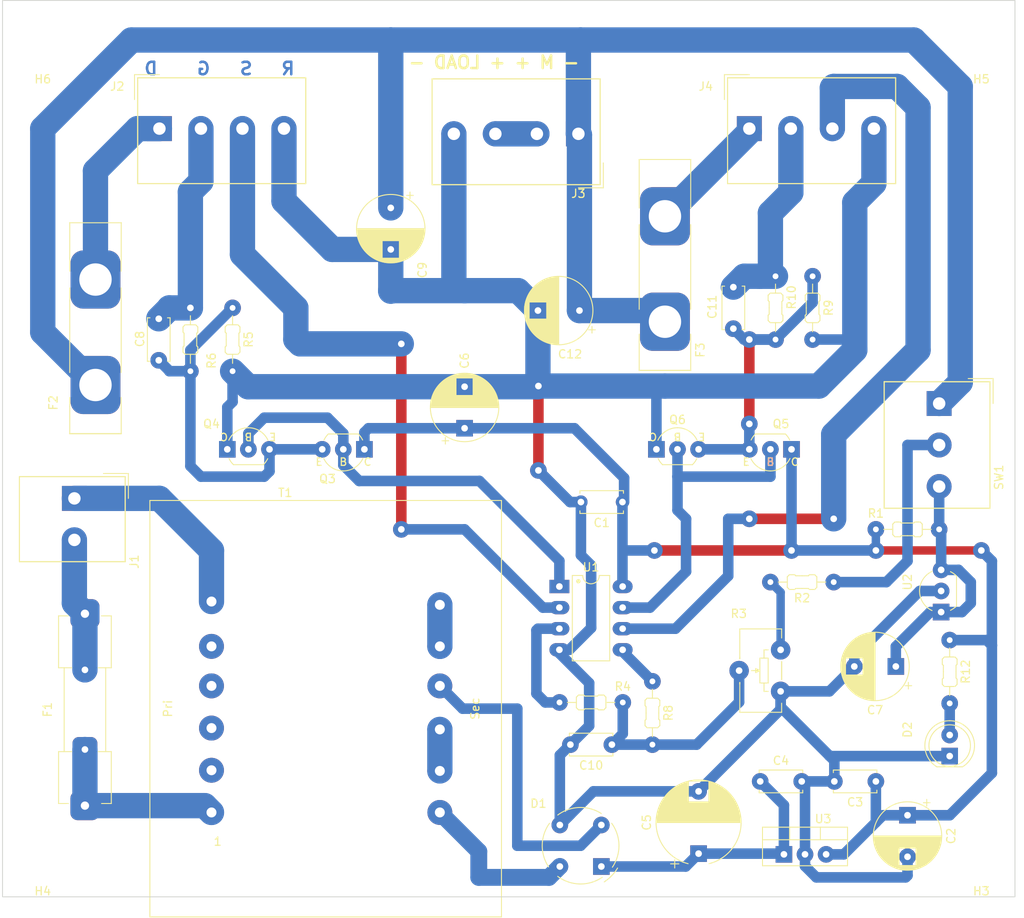
<source format=kicad_pcb>
(kicad_pcb (version 20240108) (generator "pcbnew") (generator_version "8.0")
  (layers (0 "F.Cu" signal) (31 "B.Cu" signal) (34 "B.Paste" user) (35 "F.Paste" user) (36 "B.SilkS" user "B.Silkscreen") (37 "F.SilkS" user "F.Silkscreen") (38 "B.Mask" user) (39 "F.Mask" user) (44 "Edge.Cuts" user))
  (net 0 "")
  (net 1 "VCC")
  (net 2 "GND")
  (net 3 "Net-(SW1-C)")
  (net 4 "Net-(C10-Pad1)")
  (net 5 "Net-(Q3-E)")
  (net 6 "Net-(Q5-E)")
  (net 7 "Net-(J4-Pin_2)")
  (net 8 "Net-(J4-Pin_3)")
  (net 9 "Net-(Q3-B)")
  (net 10 "Net-(Q5-B)")
  (net 11 "Net-(SW1-B)")
  (net 12 "Net-(R2-Pad2)")
  (net 13 "Net-(U1A-+)")
  (net 14 "Net-(U1B-+)")
  (net 15 "Net-(D1-+)")
  (net 16 "Net-(J2-Pin_2)")
  (net 17 "Net-(J2-Pin_1)")
  (net 18 "Net-(T1-AA)")
  (net 19 "Net-(T1-AB)")
  (net 20 "Net-(J1-Pin_2)")
  (net 21 "Net-(J1-Pin_1)")
  (net 22 "Net-(J2-Pin_3)")
  (net 23 "Net-(J3-Pin_2)")
  (net 24 "Net-(J3-Pin_1)")
  (net 25 "Net-(J4-Pin_1)")
  (net 26 "Net-(T1-SA)")
  (net 27 "Net-(D2-A)")
  (footprint "Transformer_THT:Transformer_CHK_EI48-8VA_1xSec" (layer "F.Cu") (at 63.5 139.5)
    (property "Reference" "T1" (at 8.89 -38.5 0) (layer "F.SilkS"))
    (property "Value" "Transformer_1P_1S")
    (fp_text user "1" (at 0.75 3.5 0) (layer "F.SilkS"))
    (fp_text user "Sec" (at 31.75 -12.5 90) (layer "F.SilkS"))
    (fp_text user "Pri" (at -5.25 -12.5 90) (layer "F.SilkS"))
    (pad "1" thru_hole circle (at 27.5 -15.24) (size 3 3) (drill 1.2) (layers "*.Cu" "*.Mask") (net 18 "Net-(T1-AA)"))
    (pad "2" thru_hole circle (at 27.5 0) (size 3 3) (drill 1.2) (layers "*.Cu" "*.Mask") (net 19 "Net-(T1-AB)"))
    (pad "3" thru_hole circle (at 0 0) (size 3 3) (drill 1.2) (layers "*.Cu" "*.Mask") (net 26 "Net-(T1-SA)"))
    (pad "4" thru_hole circle (at 0 -25.4) (size 3 3) (drill 1.2) (layers "*.Cu" "*.Mask") (net 21 "Net-(J1-Pin_1)"))
    (pad "5" thru_hole circle (at 0 -20) (size 3 3) (drill 1.2) (layers "*.Cu" "*.Mask"))
    (pad "6" thru_hole circle (at 0 -15.24) (size 3 3) (drill 1.2) (layers "*.Cu" "*.Mask"))
    (pad "7" thru_hole circle (at 27.5 -25) (size 3 3) (drill 1.2) (layers "*.Cu" "*.Mask"))
    (pad "8" thru_hole circle (at 27.5 -20) (size 3 3) (drill 1.2) (layers "*.Cu" "*.Mask"))
    (pad "9" thru_hole circle (at 0 -10.16) (size 3 3) (drill 1.2) (layers "*.Cu" "*.Mask"))
    (pad "10" thru_hole circle (at 27.5 -10) (size 3 3) (drill 1.2) (layers "*.Cu" "*.Mask"))
    (pad "11" thru_hole circle (at 27.5 -5) (size 3 3) (drill 1.2) (layers "*.Cu" "*.Mask"))
    (pad "12" thru_hole circle (at 0 -5.08) (size 3 3) (drill 1.2) (layers "*.Cu" "*.Mask"))
  )
  (footprint "MountingHole:MountingHole_3.2mm_M3" (layer "F.Cu") (at 156.21 46.99 180)
    (property "Reference" "H5" (at 0 -4.2 0) (layer "F.SilkS"))
    (property "Value" "MountingHole")
    (pad "" np_thru_hole circle (at 0 0 180) (size 3.2 3.2) (drill 3.2) (layers "*.Cu" "*.Mask"))
  )
  (footprint "Fuse:Fuseholder_Clip-5x20mm_Keystone_3518P_Inline_P23.11x6.76mm_D2.44x1.70mm_Horizontal" (layer "F.Cu") (at 48.26 138.68 90)
    (property "Reference" "F1" (at 11.555 -4.5 90) (layer "F.SilkS"))
    (property "Value" "Fuse")
    (pad "1" thru_hole roundrect (at 0 0 90) (size 3.5 3.5) (drill 1) (layers "*.Cu" "*.Mask") (net 26 "Net-(T1-SA)"))
    (pad "1" thru_hole roundrect (at 6.76 0 90) (size 3 3) (drill 0.8) (layers "*.Cu" "*.Mask") (net 26 "Net-(T1-SA)"))
    (pad "2" thru_hole circle (at 16.35 0 90) (size 3 3) (drill 0.8) (layers "*.Cu" "*.Mask") (net 20 "Net-(J1-Pin_2)"))
    (pad "2" thru_hole roundrect (at 23.11 0 90) (size 3.5 3.5) (drill 1) (layers "*.Cu" "*.Mask") (net 20 "Net-(J1-Pin_2)"))
  )
  (footprint "PCM_Potentiometer_THT_AKL:Potentiometer_ACP_CA9-H5_Horizontal" (layer "F.Cu") (at 132.04 124.9175 180)
    (property "Reference" "R3" (at 5.04 9.3475 0) (layer "F.SilkS"))
    (property "Value" "10k" (hide yes))
    (pad "1" thru_hole circle (at 0 0 180) (size 2.34 2.34) (drill 0.8) (layers "*.Cu" "*.Mask") (net 2 "GND"))
    (pad "2" thru_hole circle (at 5 2.5 180) (size 2.34 2.34) (drill 0.8) (layers "*.Cu" "*.Mask") (net 4 "Net-(C10-Pad1)"))
    (pad "3" thru_hole circle (at 0 5 180) (size 2.34 2.34) (drill 0.8) (layers "*.Cu" "*.Mask") (net 12 "Net-(R2-Pad2)"))
  )
  (footprint "PCM_Resistor_THT_AKL:R_Axial_DIN0204_L3.6mm_D1.6mm_P7.62mm_Horizontal" (layer "F.Cu") (at 66.04 78.74 -90)
    (property "Reference" "R5" (at 3.81 -1.92 90) (layer "F.SilkS"))
    (property "Value" "6.8k" (hide yes))
    (pad "1" thru_hole circle (at 0 0 270) (size 2 2) (drill 0.7) (layers "*.Cu" "*.Mask") (net 5 "Net-(Q3-E)"))
    (pad "2" thru_hole oval (at 7.62 0 270) (size 2 2) (drill 0.7) (layers "*.Cu" "*.Mask") (net 2 "GND"))
  )
  (footprint "MountingHole:MountingHole_3.2mm_M3" (layer "F.Cu") (at 156.21 144.78 180)
    (property "Reference" "H3" (at 0 -4.2 0) (layer "F.SilkS"))
    (property "Value" "MountingHole")
    (pad "" np_thru_hole circle (at 0 0 180) (size 3.2 3.2) (drill 3.2) (layers "*.Cu" "*.Mask"))
  )
  (footprint "Capacitor_THT:C_Disc_D5.0mm_W2.5mm_P5.00mm" (layer "F.Cu") (at 111.72 131.3325 180)
    (property "Reference" "C10" (at 2.5 -2.5 0) (layer "F.SilkS"))
    (property "Value" "100n")
    (pad "1" thru_hole circle (at 0 0 180) (size 2 2) (drill 0.8) (layers "*.Cu" "*.Mask") (net 4 "Net-(C10-Pad1)"))
    (pad "2" thru_hole circle (at 5 0 180) (size 2 2) (drill 0.8) (layers "*.Cu" "*.Mask") (net 2 "GND"))
  )
  (footprint "PCM_Resistor_THT_AKL:R_Axial_DIN0204_L3.6mm_D1.6mm_P7.62mm_Horizontal" (layer "F.Cu") (at 152.4 118.745 -90)
    (property "Reference" "R12" (at 3.81 -1.92 90) (layer "F.SilkS"))
    (property "Value" "1k" (hide yes))
    (pad "1" thru_hole circle (at 0 0 270) (size 2 2) (drill 0.7) (layers "*.Cu" "*.Mask") (net 1 "VCC"))
    (pad "2" thru_hole oval (at 7.62 0 270) (size 2 2) (drill 0.7) (layers "*.Cu" "*.Mask") (net 27 "Net-(D2-A)"))
  )
  (footprint "PCM_Resistor_THT_AKL:R_Axial_DIN0204_L3.6mm_D1.6mm_P7.62mm_Horizontal" (layer "F.Cu") (at 116.6 123.7125 -90)
    (property "Reference" "R8" (at 3.81 -1.92 90) (layer "F.SilkS"))
    (property "Value" "10k" (hide yes))
    (pad "1" thru_hole circle (at 0 0 270) (size 2 2) (drill 0.7) (layers "*.Cu" "*.Mask") (net 14 "Net-(U1B-+)"))
    (pad "2" thru_hole oval (at 7.62 0 270) (size 2 2) (drill 0.7) (layers "*.Cu" "*.Mask") (net 4 "Net-(C10-Pad1)"))
  )
  (footprint "PCM_Package_TO_SOT_THT_AKL_Double:TO-92_Inline_Wide_CBE" (layer "F.Cu") (at 65.405 95.77)
    (property "Reference" "Q4" (at -1.905 -3.06 0) (layer "F.SilkS"))
    (property "Value" "BC557" (hide yes))
    (fp_text user "E" (at 5.461 -1.524 180) (layer "F.SilkS") (effects (font (size 0.9 0.9))))
    (fp_text user "C" (at -0.381 -1.524 180) (layer "F.SilkS") (effects (font (size 0.9 0.9))))
    (fp_text user "B" (at 2.54 -1.524 180) (layer "F.SilkS") (effects (font (size 0.9 0.9))))
    (pad "1" thru_hole rect (at 0 0 90) (size 2 2) (drill 0.8) (layers "*.Cu" "*.Mask") (net 2 "GND"))
    (pad "2" thru_hole circle (at 2.54 0 90) (size 2 2) (drill 0.8) (layers "*.Cu" "*.Mask") (net 9 "Net-(Q3-B)"))
    (pad "3" thru_hole circle (at 5.08 0 90) (size 2 2) (drill 0.8) (layers "*.Cu" "*.Mask") (net 5 "Net-(Q3-E)"))
  )
  (footprint "Capacitor_THT:CP_Radial_D8.0mm_P5.00mm" (layer "F.Cu") (at 107.812651 79.06 180)
    (property "Reference" "C12" (at 1.132651 -5.25 0) (layer "F.SilkS"))
    (property "Value" "47u")
    (pad "1" thru_hole rect (at 0 0 180) (size 2 2) (drill 0.8) (layers "*.Cu" "*.Mask") (net 24 "Net-(J3-Pin_1)"))
    (pad "2" thru_hole circle (at 5 0 180) (size 2 2) (drill 0.8) (layers "*.Cu" "*.Mask") (net 2 "GND"))
  )
  (footprint "TerminalBlock_Altech:Altech_AK300_1x04_P5.00mm_45-Degree" (layer "F.Cu") (at 128.27 57.15)
    (property "Reference" "J4" (at -5.24 -5.08 0) (layer "F.SilkS"))
    (property "Value" "MFT2 IRFP250")
    (pad "1" thru_hole rect (at 0 0) (size 3 3) (drill 1.5) (layers "*.Cu" "*.Mask") (net 25 "Net-(J4-Pin_1)"))
    (pad "2" thru_hole circle (at 5 0) (size 3 3) (drill 1.5) (layers "*.Cu" "*.Mask") (net 7 "Net-(J4-Pin_2)"))
    (pad "3" thru_hole circle (at 10 0) (size 3 3) (drill 1.5) (layers "*.Cu" "*.Mask") (net 8 "Net-(J4-Pin_3)"))
    (pad "4" thru_hole circle (at 15 0) (size 3 3) (drill 1.5) (layers "*.Cu" "*.Mask") (net 2 "GND"))
  )
  (footprint "PCM_Package_TO_SOT_THT_AKL_Double:TO-92_Inline_Wide_CBE" (layer "F.Cu") (at 81.915 95.77 180)
    (property "Reference" "Q3" (at 4.445 -3.56 180) (layer "F.SilkS"))
    (property "Value" "BC547" (hide yes))
    (fp_text user "C" (at -0.381 -1.524 0) (layer "F.SilkS") (effects (font (size 0.9 0.9))))
    (fp_text user "B" (at 2.54 -1.524 0) (layer "F.SilkS") (effects (font (size 0.9 0.9))))
    (fp_text user "E" (at 5.461 -1.524 0) (layer "F.SilkS") (effects (font (size 0.9 0.9))))
    (pad "1" thru_hole rect (at 0 0 270) (size 2 2) (drill 0.8) (layers "*.Cu" "*.Mask") (net 1 "VCC"))
    (pad "2" thru_hole circle (at 2.54 0 270) (size 2 2) (drill 0.8) (layers "*.Cu" "*.Mask") (net 9 "Net-(Q3-B)"))
    (pad "3" thru_hole circle (at 5.08 0 270) (size 2 2) (drill 0.8) (layers "*.Cu" "*.Mask") (net 5 "Net-(Q3-E)"))
  )
  (footprint "Capacitor_THT:C_Disc_D5.0mm_W2.5mm_P5.00mm" (layer "F.Cu") (at 129.58 135.762323)
    (property "Reference" "C4" (at 2.5 -2.5 0) (layer "F.SilkS"))
    (property "Value" "100n")
    (pad "1" thru_hole circle (at 0 0) (size 2 2) (drill 0.8) (layers "*.Cu" "*.Mask") (net 15 "Net-(D1-+)"))
    (pad "2" thru_hole circle (at 5 0) (size 2 2) (drill 0.8) (layers "*.Cu" "*.Mask") (net 2 "GND"))
  )
  (footprint "TerminalBlock_Altech:Altech_AK300_1x02_P5.00mm_45-Degree" (layer "F.Cu") (at 46.99 101.68 -90)
    (property "Reference" "J1" (at 7.62 -7.222651 90) (layer "F.SilkS"))
    (property "Value" "15V AC" (hide yes))
    (pad "1" thru_hole rect (at 0 0 270) (size 3 3) (drill 1.5) (layers "*.Cu" "*.Mask") (net 21 "Net-(J1-Pin_1)"))
    (pad "2" thru_hole circle (at 5 0 270) (size 3 3) (drill 1.5) (layers "*.Cu" "*.Mask") (net 20 "Net-(J1-Pin_2)"))
  )
  (footprint "Fuse:Fuseholder_Keystone_3555-2" (layer "F.Cu") (at 49.53 96.425 90)
    (property "Reference" "F2" (at 6.255 -5.08 90) (layer "F.SilkS"))
    (property "Value" "Fuse")
    (pad "1" thru_hole roundrect (at 8.4 0 90) (size 7 6) (drill 3.9) (layers "*.Cu" "*.Mask") (net 24 "Net-(J3-Pin_1)"))
    (pad "2" thru_hole roundrect (at 21.1 0 90) (size 7 6) (drill 3.9) (layers "*.Cu" "*.Mask") (net 17 "Net-(J2-Pin_1)"))
  )
  (footprint "LED_THT:LED_D5.0mm_Clear" (layer "F.Cu") (at 152.4 132.715 90)
    (property "Reference" "D2" (at 3.175 -5.08 90) (layer "F.SilkS"))
    (property "Value" "LED")
    (pad "1" thru_hole rect (at 0 0 90) (size 2 2) (drill 0.8) (layers "*.Cu" "*.Mask") (net 2 "GND"))
    (pad "2" thru_hole circle (at 2.54 0 90) (size 2 2) (drill 0.8) (layers "*.Cu" "*.Mask") (net 27 "Net-(D2-A)"))
  )
  (footprint "TerminalBlock_Altech:Altech_AK300_1x03_P5.00mm_45-Degree" (layer "F.Cu") (at 151.13 90.25 -90)
    (property "Reference" "SW1" (at 8.89 -7.2 90) (layer "F.SilkS"))
    (property "Value" "~")
    (pad "1" thru_hole rect (at 0 0 270) (size 3 3) (drill 1.5) (layers "*.Cu" "*.Mask") (net 24 "Net-(J3-Pin_1)"))
    (pad "2" thru_hole circle (at 5 0 270) (size 3 3) (drill 1.5) (layers "*.Cu" "*.Mask") (net 11 "Net-(SW1-B)"))
    (pad "3" thru_hole circle (at 10 0 270) (size 3 3) (drill 1.5) (layers "*.Cu" "*.Mask") (net 3 "Net-(SW1-C)"))
  )
  (footprint "Capacitor_THT:CP_Radial_D8.0mm_P5.00mm" (layer "F.Cu") (at 93.98 93.23 90)
    (property "Reference" "C6" (at 8.14 0 90) (layer "F.SilkS"))
    (property "Value" "47u")
    (pad "1" thru_hole rect (at 0 0 90) (size 2 2) (drill 0.8) (layers "*.Cu" "*.Mask") (net 1 "VCC"))
    (pad "2" thru_hole circle (at 5 0 90) (size 2 2) (drill 0.8) (layers "*.Cu" "*.Mask") (net 2 "GND"))
  )
  (footprint "Capacitor_THT:C_Disc_D5.0mm_W2.5mm_P5.00mm" (layer "F.Cu") (at 143.51 135.762323 180)
    (property "Reference" "C3" (at 2.5 -2.5 0) (layer "F.SilkS"))
    (property "Value" "100n")
    (pad "1" thru_hole circle (at 0 0 180) (size 2 2) (drill 0.8) (layers "*.Cu" "*.Mask") (net 1 "VCC"))
    (pad "2" thru_hole circle (at 5 0 180) (size 2 2) (drill 0.8) (layers "*.Cu" "*.Mask") (net 2 "GND"))
  )
  (footprint "TerminalBlock_Altech:Altech_AK300_1x04_P5.00mm_45-Degree" (layer "F.Cu") (at 107.6875 57.7775 180)
    (property "Reference" "J3" (at 0 -7.2 0) (layer "F.SilkS"))
    (property "Value" "LOAD IN")
    (pad "1" thru_hole rect (at 0 0 180) (size 3 3) (drill 1.5) (layers "*.Cu" "*.Mask") (net 24 "Net-(J3-Pin_1)"))
    (pad "2" thru_hole circle (at 5 0 180) (size 3 3) (drill 1.5) (layers "*.Cu" "*.Mask") (net 23 "Net-(J3-Pin_2)"))
    (pad "3" thru_hole circle (at 10 0 180) (size 3 3) (drill 1.5) (layers "*.Cu" "*.Mask") (net 23 "Net-(J3-Pin_2)"))
    (pad "4" thru_hole circle (at 15 0 180) (size 3 3) (drill 1.5) (layers "*.Cu" "*.Mask") (net 2 "GND"))
  )
  (footprint "Fuse:Fuseholder_Keystone_3555-2" (layer "F.Cu") (at 118.11 88.805 90)
    (property "Reference" "F3" (at 4.985 4.25 90) (layer "F.SilkS"))
    (property "Value" "Fuse")
    (pad "1" thru_hole roundrect (at 8.4 0 90) (size 7 6) (drill 3.9) (layers "*.Cu" "*.Mask") (net 24 "Net-(J3-Pin_1)"))
    (pad "2" thru_hole roundrect (at 21.1 0 90) (size 7 6) (drill 3.9) (layers "*.Cu" "*.Mask") (net 25 "Net-(J4-Pin_1)"))
  )
  (footprint "PCM_Resistor_THT_AKL:R_Axial_DIN0204_L3.6mm_D1.6mm_P7.62mm_Horizontal" (layer "F.Cu") (at 105.41 126.2525)
    (property "Reference" "R4" (at 7.62 -1.92 0) (layer "F.SilkS"))
    (property "Value" "10k" (hide yes))
    (pad "1" thru_hole circle (at 0 0) (size 2 2) (drill 0.7) (layers "*.Cu" "*.Mask") (net 13 "Net-(U1A-+)"))
    (pad "2" thru_hole oval (at 7.62 0) (size 2 2) (drill 0.7) (layers "*.Cu" "*.Mask") (net 4 "Net-(C10-Pad1)"))
  )
  (footprint "Capacitor_THT:C_Disc_D5.0mm_W2.5mm_P5.00mm" (layer "F.Cu") (at 57.15 85.05 90)
    (property "Reference" "C8" (at 2.565311 -2.266772 90) (layer "F.SilkS"))
    (property "Value" "100n")
    (pad "1" thru_hole circle (at 0 0 90) (size 2 2) (drill 0.8) (layers "*.Cu" "*.Mask") (net 5 "Net-(Q3-E)"))
    (pad "2" thru_hole circle (at 5 0 90) (size 2 2) (drill 0.8) (layers "*.Cu" "*.Mask") (net 16 "Net-(J2-Pin_2)"))
  )
  (footprint "Capacitor_THT:CP_Radial_D8.0mm_P5.00mm" (layer "F.Cu") (at 145.912651 121.92 180)
    (property "Reference" "C7" (at 2.5 -5.25 0) (layer "F.SilkS"))
    (property "Value" "10u")
    (pad "1" thru_hole rect (at 0 0 180) (size 2 2) (drill 0.8) (layers "*.Cu" "*.Mask") (net 3 "Net-(SW1-C)"))
    (pad "2" thru_hole circle (at 5 0 180) (size 2 2) (drill 0.8) (layers "*.Cu" "*.Mask") (net 2 "GND"))
  )
  (footprint "PCM_Resistor_THT_AKL:R_Axial_DIN0204_L3.6mm_D1.6mm_P7.62mm_Horizontal" (layer "F.Cu") (at 131.425 82.55 90)
    (property "Reference" "R10" (at 5.08 1.925 90) (layer "F.SilkS"))
    (property "Value" "100" (hide yes))
    (pad "1" thru_hole circle (at 0 0 90) (size 2 2) (drill 0.7) (layers "*.Cu" "*.Mask") (net 6 "Net-(Q5-E)"))
    (pad "2" thru_hole oval (at 7.62 0 90) (size 2 2) (drill 0.7) (layers "*.Cu" "*.Mask") (net 7 "Net-(J4-Pin_2)"))
  )
  (footprint "Capacitor_THT:C_Disc_D5.0mm_W2.5mm_P5.00mm" (layer "F.Cu") (at 126.345 81.24 90)
    (property "Reference" "C11" (at 2.62 -2.54 90) (layer "F.SilkS"))
    (property "Value" "100n")
    (pad "1" thru_hole circle (at 0 0 90) (size 2 2) (drill 0.8) (layers "*.Cu" "*.Mask") (net 6 "Net-(Q5-E)"))
    (pad "2" thru_hole circle (at 5 0 90) (size 2 2) (drill 0.8) (layers "*.Cu" "*.Mask") (net 7 "Net-(J4-Pin_2)"))
  )
  (footprint "TerminalBlock_Altech:Altech_AK300_1x04_P5.00mm_45-Degree" (layer "F.Cu") (at 57.23 57.15)
    (property "Reference" "J2" (at -5.08 -5.08 0) (layer "F.SilkS"))
    (property "Value" "MFT1 IRFP250")
    (pad "1" thru_hole rect (at 0 0) (size 3 3) (drill 1.5) (layers "*.Cu" "*.Mask") (net 17 "Net-(J2-Pin_1)"))
    (pad "2" thru_hole circle (at 5 0) (size 3 3) (drill 1.5) (layers "*.Cu" "*.Mask") (net 16 "Net-(J2-Pin_2)"))
    (pad "3" thru_hole circle (at 10 0) (size 3 3) (drill 1.5) (layers "*.Cu" "*.Mask") (net 22 "Net-(J2-Pin_3)"))
    (pad "4" thru_hole circle (at 15 0) (size 3 3) (drill 1.5) (layers "*.Cu" "*.Mask") (net 2 "GND"))
  )
  (footprint "Package_TO_SOT_THT:TO-220-3_Vertical" (layer "F.Cu") (at 132.436443 144.547695)
    (property "Reference" "U3" (at 4.723557 -4.27 0) (layer "F.SilkS"))
    (property "Value" "LM7812_TO220")
    (pad "1" thru_hole rect (at 0 0) (size 2 2) (drill 0.8) (layers "*.Cu" "*.Mask") (net 15 "Net-(D1-+)"))
    (pad "2" thru_hole oval (at 2.54 0) (size 2 2) (drill 0.8) (layers "*.Cu" "*.Mask") (net 2 "GND"))
    (pad "3" thru_hole oval (at 5.08 0) (size 2 2) (drill 0.8) (layers "*.Cu" "*.Mask") (net 1 "VCC"))
  )
  (footprint "MountingHole:MountingHole_3.2mm_M3" (layer "F.Cu") (at 43.18 46.99 180)
    (property "Reference" "H6" (at 0 -4.2 0) (layer "F.SilkS"))
    (property "Value" "MountingHole")
    (pad "" np_thru_hole circle (at 0 0 180) (size 3.2 3.2) (drill 3.2) (layers "*.Cu" "*.Mask"))
  )
  (footprint "Capacitor_THT:CP_Radial_D8.0mm_P5.00mm" (layer "F.Cu") (at 85.09 66.697349 -90)
    (property "Reference" "C9" (at 7.482651 -3.81 90) (layer "F.SilkS"))
    (property "Value" "47u")
    (pad "1" thru_hole rect (at 0 0 270) (size 2 2) (drill 0.8) (layers "*.Cu" "*.Mask") (net 24 "Net-(J3-Pin_1)"))
    (pad "2" thru_hole circle (at 5 0 270) (size 2 2) (drill 0.8) (layers "*.Cu" "*.Mask") (net 2 "GND"))
  )
  (footprint "Diode_THT:Diode_Bridge_Round_D9.0mm" (layer "F.Cu") (at 110.45 146.01 180)
    (property "Reference" "D1" (at 7.58 7.58 0) (layer "F.SilkS"))
    (property "Value" "W02G")
    (pad "1" thru_hole rect (at 0 0 180) (size 2 2) (drill 0.8) (layers "*.Cu" "*.Mask") (net 15 "Net-(D1-+)"))
    (pad "2" thru_hole oval (at 0 5 180) (size 2 2) (drill 0.8) (layers "*.Cu" "*.Mask") (net 18 "Net-(T1-AA)"))
    (pad "3" thru_hole oval (at 5 5 180) (size 2 2) (drill 0.8) (layers "*.Cu" "*.Mask") (net 2 "GND"))
    (pad "4" thru_hole oval (at 5 0 180) (size 2 2) (drill 0.8) (layers "*.Cu" "*.Mask") (net 19 "Net-(T1-AB)"))
  )
  (footprint "PCM_Resistor_THT_AKL:R_Axial_DIN0204_L3.6mm_D1.6mm_P7.62mm_Horizontal" (layer "F.Cu") (at 138.43 111.76 180)
    (property "Reference" "R2" (at 3.81 -1.92 0) (layer "F.SilkS"))
    (property "Value" "10k" (hide yes))
    (pad "1" thru_hole circle (at 0 0 180) (size 2 2) (drill 0.7) (layers "*.Cu" "*.Mask") (net 11 "Net-(SW1-B)"))
    (pad "2" thru_hole oval (at 7.62 0 180) (size 2 2) (drill 0.7) (layers "*.Cu" "*.Mask") (net 12 "Net-(R2-Pad2)"))
  )
  (footprint "PCM_Resistor_THT_AKL:R_Axial_DIN0204_L3.6mm_D1.6mm_P7.62mm_Horizontal" (layer "F.Cu") (at 60.96 86.36 90)
    (property "Reference" "R6" (at 1.27 2.54 90) (layer "F.SilkS"))
    (property "Value" "100" (hide yes))
    (pad "1" thru_hole circle (at 0 0 90) (size 2 2) (drill 0.7) (layers "*.Cu" "*.Mask") (net 5 "Net-(Q3-E)"))
    (pad "2" thru_hole oval (at 7.62 0 90) (size 2 2) (drill 0.8) (layers "*.Cu" "*.Mask") (net 16 "Net-(J2-Pin_2)"))
  )
  (footprint "PCM_Resistor_THT_AKL:R_Axial_DIN0204_L3.6mm_D1.6mm_P7.62mm_Horizontal" (layer "F.Cu") (at 143.51 105.41)
    (property "Reference" "R1" (at 0 -1.92 0) (layer "F.SilkS"))
    (property "Value" "10k" (hide yes))
    (pad "1" thru_hole circle (at 0 0) (size 2 2) (drill 0.7) (layers "*.Cu" "*.Mask") (net 1 "VCC"))
    (pad "2" thru_hole oval (at 7.62 0) (size 2 2) (drill 0.7) (layers "*.Cu" "*.Mask") (net 3 "Net-(SW1-C)"))
  )
  (footprint "PCM_Package_DIP_AKL:DIP-8_W7.62mm_LongPads" (layer "F.Cu") (at 105.395 112.2925)
    (property "Reference" "U1" (at 3.81 -2.33 0) (layer "F.SilkS"))
    (property "Value" "LM358" (hide yes))
    (pad "1" thru_hole rect (at 0 0) (size 2.4 1.6) (drill 0.8) (layers "*.Cu" "*.Mask") (net 9 "Net-(Q3-B)"))
    (pad "2" thru_hole oval (at 0 2.54) (size 2.4 1.6) (drill 0.8) (layers "*.Cu" "*.Mask") (net 22 "Net-(J2-Pin_3)"))
    (pad "3" thru_hole oval (at 0 5.08) (size 2.4 1.6) (drill 0.8) (layers "*.Cu" "*.Mask") (net 13 "Net-(U1A-+)"))
    (pad "4" thru_hole oval (at 0 7.62) (size 2.4 1.6) (drill 0.8) (layers "*.Cu" "*.Mask") (net 2 "GND"))
    (pad "5" thru_hole oval (at 7.62 7.62) (size 2.4 1.6) (drill 0.8) (layers "*.Cu" "*.Mask") (net 14 "Net-(U1B-+)"))
    (pad "6" thru_hole oval (at 7.62 5.08) (size 2.4 1.6) (drill 0.8) (layers "*.Cu" "*.Mask") (net 8 "Net-(J4-Pin_3)"))
    (pad "7" thru_hole oval (at 7.62 2.54) (size 2.4 1.6) (drill 0.8) (layers "*.Cu" "*.Mask") (net 10 "Net-(Q5-B)"))
    (pad "8" thru_hole oval (at 7.62 0) (size 2.4 1.6) (drill 0.8) (layers "*.Cu" "*.Mask") (net 1 "VCC"))
  )
  (footprint "Capacitor_THT:CP_Radial_D8.0mm_P5.00mm" (layer "F.Cu") (at 147.32 139.837349 -90)
    (property "Reference" "C2" (at 2.5 -5.25 90) (layer "F.SilkS"))
    (property "Value" "220u")
    (pad "1" thru_hole rect (at 0 0 270) (size 2 2) (drill 0.8) (layers "*.Cu" "*.Mask") (net 1 "VCC"))
    (pad "2" thru_hole circle (at 5 0 270) (size 2 2) (drill 0.8) (layers "*.Cu" "*.Mask") (net 2 "GND"))
  )
  (footprint "MountingHole:MountingHole_3.2mm_M3" (layer "F.Cu") (at 43.18 144.78 180)
    (property "Reference" "H4" (at 0 -4.2 0) (layer "F.SilkS"))
    (property "Value" "MountingHole")
    (pad "" np_thru_hole circle (at 0 0 180) (size 3.2 3.2) (drill 3.2) (layers "*.Cu" "*.Mask"))
  )
  (footprint "PCM_Package_TO_SOT_THT_AKL_Double:TO-92_Inline_Wide_CBE" (layer "F.Cu") (at 151.37 115.37 90)
    (property "Reference" "U2" (at 3.61 -4.05 90) (layer "F.SilkS"))
    (property "Value" "TL431LP" (hide yes))
    (pad "1" thru_hole rect (at 0 0 180) (size 2 2) (drill 0.8) (layers "*.Cu" "*.Mask") (net 3 "Net-(SW1-C)"))
    (pad "2" thru_hole circle (at 2.54 0 180) (size 2 2) (drill 0.8) (layers "*.Cu" "*.Mask") (net 2 "GND"))
    (pad "3" thru_hole circle (at 5.08 0 180) (size 2 2) (drill 0.8) (layers "*.Cu" "*.Mask") (net 3 "Net-(SW1-C)"))
  )
  (footprint "PCM_Resistor_THT_AKL:R_Axial_DIN0204_L3.6mm_D1.6mm_P7.62mm_Horizontal" (layer "F.Cu") (at 135.89 74.93 -90)
    (property "Reference" "R9" (at 3.81 -1.92 90) (layer "F.SilkS"))
    (property "Value" "6.8k" (hide yes))
    (pad "1" thru_hole circle (at 0 0 270) (size 2 2) (drill 0.7) (layers "*.Cu" "*.Mask") (net 6 "Net-(Q5-E)"))
    (pad "2" thru_hole oval (at 7.62 0 270) (size 2 2) (drill 0.7) (layers "*.Cu" "*.Mask") (net 2 "GND"))
  )
  (footprint "PCM_Package_TO_SOT_THT_AKL_Double:TO-92_Inline_Wide_CBE" (layer "F.Cu") (at 133.35 95.77 180)
    (property "Reference" "Q5" (at 1.27 3.06 180) (layer "F.SilkS"))
    (property "Value" "BC547" (hide yes))
    (fp_text user "B" (at 2.54 -1.524 0) (layer "B.SilkS") (effects (font (size 0.9 0.9)) (justify mirror)))
    (fp_text user "C" (at -0.381 -1.524 0) (layer "F.SilkS") (effects (font (size 0.9 0.9))))
    (fp_text user "B" (at 2.54 -1.524 0) (layer "F.SilkS") (effects (font (size 0.9 0.9))))
    (fp_text user "E" (at 5.461 -1.524 0) (layer "F.SilkS") (effects (font (size 0.9 0.9))))
    (pad "1" thru_hole rect (at 0 0 270) (size 2 2) (drill 0.8) (layers "*.Cu" "*.Mask") (net 1 "VCC"))
    (pad "2" thru_hole circle (at 2.54 0 270) (size 2 2) (drill 0.8) (layers "*.Cu" "*.Mask") (net 10 "Net-(Q5-B)"))
    (pad "3" thru_hole circle (at 5.08 0 270) (size 2 2) (drill 0.8) (layers "*.Cu" "*.Mask") (net 6 "Net-(Q5-E)"))
  )
  (footprint "Capacitor_THT:C_Disc_D5.0mm_W2.5mm_P5.00mm" (layer "F.Cu") (at 112.99 102.12 180)
    (property "Reference" "C1" (at 2.5 -2.5 180) (layer "F.SilkS"))
    (property "Value" "100n")
    (pad "1" thru_hole circle (at 0 0 180) (size 1.6 1.6) (drill 0.8) (layers "*.Cu" "*.Mask") (net 1 "VCC"))
    (pad "2" thru_hole circle (at 5 0 180) (size 1.6 1.6) (drill 0.8) (layers "*.Cu" "*.Mask") (net 2 "GND"))
  )
  (footprint "PCM_Package_TO_SOT_THT_AKL_Double:TO-92_Inline_Wide_CBE" (layer "F.Cu") (at 117.08 95.77)
    (property "Reference" "Q6" (at 2.54 -3.56 0) (layer "F.SilkS"))
    (property "Value" "BC557" (hide yes))
    (fp_text user "E" (at 5.461 -1.524 180) (layer "F.SilkS") (effects (font (size 0.9 0.9))))
    (fp_text user "B" (at 2.54 -1.524 180) (layer "F.SilkS") (effects (font (size 0.9 0.9))))
    (fp_text user "C" (at -0.381 -1.524 180) (layer "F.SilkS") (effects (font (size 0.9 0.9))))
    (pad "1" thru_hole rect (at 0 0 90) (size 2 2) (drill 0.8) (layers "*.Cu" "*.Mask") (net 2 "GND"))
    (pad "2" thru_hole circle (at 2.54 0 90) (size 2 2) (drill 0.8) (layers "*.Cu" "*.Mask") (net 10 "Net-(Q5-B)"))
    (pad "3" thru_hole circle (at 5.08 0 90) (size 2 2) (drill 0.8) (layers "*.Cu" "*.Mask") (net 6 "Net-(Q5-E)"))
  )
  (footprint "Capacitor_THT:CP_Radial_D10.0mm_P7.50mm" (layer "F.Cu") (at 122.16 144.46 90)
    (property "Reference" "C5" (at 3.75 -6.25 90) (layer "F.SilkS"))
    (property "Value" "1000u")
    (pad "1" thru_hole rect (at 0 0 90) (size 2 2) (drill 0.8) (layers "*.Cu" "*.Mask") (net 15 "Net-(D1-+)"))
    (pad "2" thru_hole circle (at 7.5 0 90) (size 2 2) (drill 0.8) (layers "*.Cu" "*.Mask") (net 2 "GND"))
  )
  (gr_rect (start 38.34 41.71) (end 160.26 149.66) (stroke (width 0.1)) (fill none) (layer "Edge.Cuts"))
  (gr_text "S" (at 68.58 50.8 0) (layer "B.Cu") (effects (font (size 1.5 1.5) (thickness 0.3) (bold yes)) (justify left bottom mirror)))
  (gr_text "D" (at 57.15 50.8 0) (layer "B.Cu") (effects (font (size 1.5 1.5) (thickness 0.3) (bold yes)) (justify left bottom mirror)))
  (gr_text "R" (at 73.66 50.8 0) (layer "B.Cu") (effects (font (size 1.5 1.5) (thickness 0.3) (bold yes)) (justify left bottom mirror)))
  (gr_text "G" (at 63.5 50.8 0) (layer "B.Cu") (effects (font (size 1.5 1.5) (thickness 0.3) (bold yes)) (justify left bottom mirror)))
  (gr_text "- M +" (at 107.95 50.05 0) (layer "F.SilkS") (effects (font (size 1.5 1.5) (thickness 0.3) (bold yes)) (justify left bottom mirror)))
  (gr_text "+ LOAD -" (at 99.06 50.05 0) (layer "F.SilkS") (effects (font (size 1.5 1.5) (thickness 0.3) (bold yes)) (justify left bottom mirror)))
  (segment (start 91 129.5) (end 91 134.5) (width 3.048) (layer "B.Cu") (net 0))
  (segment (start 91 114.5) (end 91 119.5) (width 3.048) (layer "B.Cu") (net 0))
  (segment (start 156.21 107.95) (end 143.51 107.95) (width 1.016) (layer "F.Cu") (net 1))
  (segment (start 116.84 107.95) (end 133.35 107.95) (width 1.27) (layer "F.Cu") (net 1))
  (via (at 143.51 107.95) (size 2) (drill 0.8) (layers "F.Cu" "B.Cu") (net 1))
  (via (at 133.35 107.95) (size 2) (drill 0.8) (layers "F.Cu" "B.Cu") (net 1))
  (via (at 156.21 107.95) (size 2) (drill 0.8) (layers "F.Cu" "B.Cu") (net 1))
  (via (at 116.84 107.95) (size 2) (drill 0.8) (layers "F.Cu" "B.Cu") (net 1))
  (segment (start 82.412651 93.23) (end 93.98 93.23) (width 1.27) (layer "B.Cu") (net 1))
  (segment (start 143.51 135.762323) (end 143.51 140.69) (width 1.27) (layer "B.Cu") (net 1))
  (segment (start 157.48 109.22) (end 156.21 107.95) (width 1.27) (layer "B.Cu") (net 1))
  (segment (start 143.51 107.95) (end 143.51 105.41) (width 1.016) (layer "B.Cu") (net 1))
  (segment (start 113.19 107.95) (end 116.84 107.95) (width 1.27) (layer "B.Cu") (net 1))
  (segment (start 139.652305 144.547695) (end 137.516443 144.547695) (width 1.27) (layer "B.Cu") (net 1))
  (segment (start 93.98 93.23) (end 107.2 93.23) (width 1.27) (layer "B.Cu") (net 1))
  (segment (start 133.35 107.95) (end 133.35 95.77) (width 1.27) (layer "B.Cu") (net 1))
  (segment (start 81.915 95.77) (end 81.915 93.727651) (width 1.27) (layer "B.Cu") (net 1))
  (segment (start 107.2 93.23) (end 113.19 99.22) (width 1.27) (layer "B.Cu") (net 1))
  (segment (start 113.19 99.22) (end 113.19 102.12) (width 1.27) (layer "B.Cu") (net 1))
  (segment (start 112.99 112.2675) (end 113.015 112.2925) (width 1.27) (layer "B.Cu") (net 1))
  (segment (start 156.845 118.745) (end 157.48 119.38) (width 1.27) (layer "B.Cu") (net 1))
  (segment (start 152.400001 139.837349) (end 157.48 134.75735) (width 1.27) (layer "B.Cu") (net 1))
  (segment (start 144.362651 139.837349) (end 143.51 140.69) (width 1.27) (layer "B.Cu") (net 1))
  (segment (start 147.32 139.837349) (end 152.400001 139.837349) (width 1.27) (layer "B.Cu") (net 1))
  (segment (start 112.99 102.12) (end 112.99 112.2675) (width 1.27) (layer "B.Cu") (net 1))
  (segment (start 143.51 107.95) (end 133.35 107.95) (width 1.27) (layer "B.Cu") (net 1))
  (segment (start 81.915 93.727651) (end 82.412651 93.23) (width 1.27) (layer "B.Cu") (net 1))
  (segment (start 113.19 112.1175) (end 113.015 112.2925) (width 1.27) (layer "B.Cu") (net 1))
  (segment (start 143.51 140.69) (end 139.652305 144.547695) (width 1.27) (layer "B.Cu") (net 1))
  (segment (start 157.48 119.38) (end 157.48 109.22) (width 1.27) (layer "B.Cu") (net 1))
  (segment (start 157.48 134.75735) (end 157.48 119.38) (width 1.27) (layer "B.Cu") (net 1))
  (segment (start 152.4 118.745) (end 156.845 118.745) (width 1.27) (layer "B.Cu") (net 1))
  (segment (start 147.32 139.837349) (end 144.362651 139.837349) (width 1.27) (layer "B.Cu") (net 1))
  (segment (start 102.87 88.15) (end 102.87 98.31) (width 1.27) (layer "F.Cu") (net 2))
  (via (at 102.87 88.15) (size 2) (drill 0.8) (layers "F.Cu" "B.Cu") (net 2))
  (via (at 102.87 98.31) (size 2) (drill 0.8) (layers "F.Cu" "B.Cu") (net 2))
  (segment (start 108.98 129.0725) (end 106.72 131.3325) (width 1.27) (layer "B.Cu") (net 2))
  (segment (start 105.395 119.9125) (end 105.395 120.3275) (width 1.27) (layer "B.Cu") (net 2))
  (segment (start 107.99 108.5125) (end 107.99 102.12) (width 1.27) (layer "B.Cu") (net 2))
  (segment (start 132.04 127.08) (end 132.04 124.9175) (width 1.27) (layer "B.Cu") (net 2))
  (segment (start 134.976443 136.158766) (end 134.58 135.762323) (width 1.27) (layer "B.Cu") (net 2))
  (segment (start 137.955 132.715) (end 137.875 132.635) (width 1.27) (layer "B.Cu") (net 2))
  (segment (start 100.415302 76.662651) (end 102.812651 79.06) (width 3.048) (layer "B.Cu") (net 2))
  (segment (start 140.97 66.04) (end 140.97 83.82) (width 3.048) (layer "B.Cu") (net 2))
  (segment (start 105.395 119.9125) (end 106.59 119.9125) (width 1.27) (layer "B.Cu") (net 2))
  (segment (start 143.27 57.15) (end 143.27 63.74) (width 3.048) (layer "B.Cu") (net 2))
  (segment (start 132.04 124.9175) (end 137.915151 124.9175) (width 1.27) (layer "B.Cu") (net 2))
  (segment (start 117.08 89.18) (end 118.11 88.15) (width 1.27) (layer "B.Cu") (net 2))
  (segment (start 136.334535 147.32) (end 134.976443 145.961908) (width 1.27) (layer "B.Cu") (net 2))
  (segment (start 147.097349 147.32) (end 136.334535 147.32) (width 1.27) (layer "B.Cu") (net 2))
  (segment (start 134.976443 144.547695) (end 134.976443 136.158766) (width 1.27) (layer "B.Cu") (net 2))
  (segment (start 92.6875 75.370151) (end 93.98 76.662651) (width 1.27) (layer "B.Cu") (net 2))
  (segment (start 102.79 88.23) (end 102.87 88.15) (width 3.048) (layer "B.Cu") (net 2))
  (segment (start 122.16 136.96) (end 132.04 127.08) (width 1.27) (layer "B.Cu") (net 2))
  (segment (start 67.91 88.23) (end 66.04 86.36) (width 3.048) (layer "B.Cu") (net 2))
  (segment (start 147.32 147.097349) (end 147.32 144.837349) (width 1.27) (layer "B.Cu") (net 2))
  (segment (start 102.812651 79.06) (end 102.812651 88.092651) (width 3.048) (layer "B.Cu") (net 2))
  (segment (start 117.08 95.77) (end 117.08 89.18) (width 1.27) (layer "B.Cu") (net 2))
  (segment (start 109.5 136.96) (end 122.16 136.96) (width 1.27) (layer "B.Cu") (net 2))
  (segment (start 137.875 132.635) (end 138.51 133.27) (width 1.27) (layer "B.Cu") (net 2))
  (segment (start 152.4 132.715) (end 137.955 132.715) (width 1.27) (layer "B.Cu") (net 2))
  (segment (start 107.99 102.12) (end 106.68 102.12) (width 1.27) (layer "B.Cu") (net 2))
  (segment (start 85.147349 76.662651) (end 93.98 76.662651) (width 3.048) (layer "B.Cu") (net 2))
  (segment (start 136.64 88.15) (end 140.97 83.82) (width 3.048) (layer "B.Cu") (net 2))
  (segment (start 138.51 135.762323) (end 134.58 135.762323) (width 1.27) (layer "B.Cu") (net 2))
  (segment (start 105.45 132.6025) (end 106.72 131.3325) (width 1.27) (layer "B.Cu") (net 2))
  (segment (start 151.37 112.83) (end 148.79 112.83) (width 1.27) (layer "B.Cu") (net 2))
  (segment (start 109.22 109.7425) (end 107.99 108.5125) (width 1.27) (layer "B.Cu") (net 2))
  (segment (start 140.912651 120.707349) (end 140.912651 121.92) (width 1.27) (layer "B.Cu") (net 2))
  (segment (start 109.22 117.2825) (end 109.22 109.7425) (width 1.27) (layer "B.Cu") (net 2))
  (segment (start 85.09 76.72) (end 85.147349 76.662651) (width 3.048) (layer "B.Cu") (net 2))
  (segment (start 65.405 90.69) (end 65.405 95.77) (width 1.27) (layer "B.Cu") (net 2))
  (segment (start 106.68 102.12) (end 102.87 98.31) (width 1.27) (layer "B.Cu") (net 2))
  (segment (start 72.23 65.88) (end 78.047349 71.697349) (width 3.048) (layer "B.Cu") (net 2))
  (segment (start 105.45 141.01) (end 109.5 136.96) (width 1.27) (layer "B.Cu") (net 2))
  (segment (start 143.27 63.74) (end 140.97 66.04) (width 3.048) (layer "B.Cu") (net 2))
  (segment (start 106.72 139.74) (end 105.45 141.01) (width 1.27) (layer "B.Cu") (net 2))
  (segment (start 102.87 88.15) (end 118.11 88.15) (width 3.048) (layer "B.Cu") (net 2))
  (segment (start 135.89 82.55) (end 139.7 82.55) (width 1.27) (layer "B.Cu") (net 2))
  (segment (start 93.98 88.23) (end 102.79 88.23) (width 3.048) (layer "B.Cu") (net 2))
  (segment (start 65.405 90.69) (end 66.04 90.055) (width 1.27) (layer "B.Cu") (net 2))
  (segment (start 66.04 90.055) (end 66.04 86.36) (width 1.27) (layer "B.Cu") (net 2))
  (segment (start 85.147349 76.662651) (end 85.09 76.605302) (width 3.048) (layer "B.Cu") (net 2))
  (segment (start 102.812651 88.092651) (end 102.87 88.15) (width 3.048) (layer "B.Cu") (net 2))
  (segment (start 138.51 135.762323) (end 138.51 133.27) (width 1.27) (layer "B.Cu") (net 2))
  (segment (start 132.04 126.8) (end 137.875 132.635) (width 1.27) (layer "B.Cu") (net 2))
  (segment (start 139.7 82.55) (end 140.97 83.82) (width 1.27) (layer "B.Cu") (net 2))
  (segment (start 108.98 123.9125) (end 108.98 129.0725) (width 1.27) (layer "B.Cu") (net 2))
  (segment (start 85.09 71.697349) (end 85.09 76.72) (width 3.048) (layer "B.Cu") (net 2))
  (segment (start 106.59 119.9125) (end 109.22 117.2825) (width 1.27) (layer "B.Cu") (net 2))
  (segment (start 92.6875 57.7775) (end 92.6875 75.370151) (width 3.048) (layer "B.Cu") (net 2))
  (segment (start 78.047349 71.697349) (end 85.09 71.697349) (width 3.048) (layer "B.Cu") (net 2))
  (segment (start 147.097349 147.32) (end 147.32 147.097349) (width 1.27) (layer "B.Cu") (net 2))
  (segment (start 118.11 88.15) (end 136.64 88.15) (width 3.048) (layer "B.Cu") (net 2))
  (segment (start 137.915151 124.9175) (end 140.912651 121.92) (width 1.27) (layer "B.Cu") (net 2))
  (segment (start 93.98 76.662651) (end 100.415302 76.662651) (width 3.048) (layer "B.Cu") (net 2))
  (segment (start 93.98 88.23) (end 67.91 88.23) (width 3.048) (layer "B.Cu") (net 2))
  (segment (start 134.976443 145.961908) (end 134.976443 144.547695) (width 1.27) (layer "B.Cu") (net 2))
  (segment (start 72.23 65.88) (end 72.23 57.15) (width 3.048) (layer "B.Cu") (net 2))
  (segment (start 105.395 120.3275) (end 108.98 123.9125) (width 1.27) (layer "B.Cu") (net 2))
  (segment (start 132.04 124.9175) (end 132.04 126.8) (width 1.27) (layer "B.Cu") (net 2))
  (segment (start 148.79 112.83) (end 140.912651 120.707349) (width 1.27) (layer "B.Cu") (net 2))
  (segment (start 105.45 141.01) (end 105.45 132.6025) (width 1.27) (layer "B.Cu") (net 2))
  (segment (start 151.13 110.05) (end 151.37 110.29) (width 1.27) (layer "B.Cu") (net 3))
  (segment (start 151.37 115.37) (end 150.06 115.37) (width 1.27) (layer "B.Cu") (net 3))
  (segment (start 151.37 110.29) (end 153.47 110.29) (width 1.27) (layer "B.Cu") (net 3))
  (segment (start 145.912651 119.517349) (end 145.912651 121.92) (width 1.27) (layer "B.Cu") (net 3))
  (segment (start 154.94 111.76) (end 154.94 114.3) (width 1.27) (layer "B.Cu") (net 3))
  (segment (start 150.06 115.37) (end 145.912651 119.517349) (width 1.27) (layer "B.Cu") (net 3))
  (segment (start 153.47 110.29) (end 154.94 111.76) (width 1.27) (layer "B.Cu") (net 3))
  (segment (start 151.37 110.29) (end 151.37 105.65) (width 1.27) (layer "B.Cu") (net 3))
  (segment (start 151.37 105.65) (end 151.13 105.41) (width 1.27) (layer "B.Cu") (net 3))
  (segment (start 151.13 105.41) (end 151.13 100.25) (width 1.27) (layer "B.Cu") (net 3))
  (segment (start 154.94 114.3) (end 153.87 115.37) (width 1.27) (layer "B.Cu") (net 3))
  (segment (start 153.87 115.37) (end 151.37 115.37) (width 1.27) (layer "B.Cu") (net 3))
  (segment (start 116.6 131.3325) (end 121.92 131.3325) (width 1.27) (layer "B.Cu") (net 4))
  (segment (start 121.92 131.3325) (end 127.04 126.2125) (width 1.27) (layer "B.Cu") (net 4))
  (segment (start 111.72 131.3325) (end 116.6 131.3325) (width 1.27) (layer "B.Cu") (net 4))
  (segment (start 113.03 130.0225) (end 111.72 131.3325) (width 1.27) (layer "B.Cu") (net 4))
  (segment (start 113.03 126.2525) (end 113.03 130.0225) (width 1.27) (layer "B.Cu") (net 4))
  (segment (start 127.04 126.2125) (end 127.04 122.4175) (width 1.27) (layer "B.Cu") (net 4))
  (segment (start 58.42 86.32) (end 58.42 86.36) (width 1.27) (layer "B.Cu") (net 5))
  (segment (start 60.96 86.36) (end 60.96 97.79) (width 1.27) (layer "B.Cu") (net 5))
  (segment (start 62.23 99.06) (end 69.85 99.06) (width 1.27) (layer "B.Cu") (net 5))
  (segment (start 70.485 98.425) (end 70.485 95.77) (width 1.27) (layer "B.Cu") (net 5))
  (segment (start 60.96 97.79) (end 62.23 99.06) (width 1.27) (layer "B.Cu") (net 5))
  (segment (start 60.96 86.36) (end 60.96 83.82) (width 1.27) (layer "B.Cu") (net 5))
  (segment (start 69.85 99.06) (end 70.485 98.425) (width 1.27) (layer "B.Cu") (net 5))
  (segment (start 58.42 86.36) (end 60.96 86.36) (width 1.27) (layer "B.Cu") (net 5))
  (segment (start 57.15 85.05) (end 58.42 86.32) (width 1.27) (layer "B.Cu") (net 5))
  (segment (start 70.485 95.77) (end 76.835 95.77) (width 1.27) (layer "B.Cu") (net 5))
  (segment (start 60.96 83.82) (end 66.04 78.74) (width 1.27) (layer "B.Cu") (net 5))
  (segment (start 128.27 82.55) (end 128.27 92.71) (width 1.27) (layer "F.Cu") (net 6))
  (via (at 128.27 92.71) (size 2) (drill 0.8) (layers "F.Cu" "B.Cu") (net 6))
  (via (at 128.27 82.55) (size 2) (drill 0.8) (layers "F.Cu" "B.Cu") (net 6))
  (segment (start 127.615 82.51) (end 127.615 82.55) (width 1.27) (layer "B.Cu") (net 6))
  (segment (start 127.615 82.55) (end 131.425 82.55) (width 1.27) (layer "B.Cu") (net 6))
  (segment (start 128.27 92.71) (end 128.27 95.77) (width 1.27) (layer "B.Cu") (net 6))
  (segment (start 135.89 78.085) (end 131.425 82.55) (width 1.27) (layer "B.Cu") (net 6))
  (segment (start 126.345 81.24) (end 127.615 82.51) (width 1.27) (layer "B.Cu") (net 6))
  (segment (start 128.27 95.77) (end 122.16 95.77) (width 1.27) (layer "B.Cu") (net 6))
  (segment (start 131.425 82.55) (end 128.27 82.55) (width 1.27) (layer "B.Cu") (net 6))
  (segment (start 135.89 74.93) (end 135.89 78.085) (width 1.27) (layer "B.Cu") (net 6))
  (segment (start 130.81 73.66) (end 129.54 74.93) (width 1.27) (layer "B.Cu") (net 7))
  (segment (start 130.81 67.31) (end 130.81 73.66) (width 3.048) (layer "B.Cu") (net 7))
  (segment (start 127.655 74.93) (end 126.345 76.24) (width 3.048) (layer "B.Cu") (net 7))
  (segment (start 133.27 64.85) (end 133.27 57.15) (width 3.048) (layer "B.Cu") (net 7))
  (segment (start 130.81 67.31) (end 133.27 64.85) (width 3.048) (layer "B.Cu") (net 7))
  (segment (start 131.425 74.93) (end 129.54 74.93) (width 3.048) (layer "B.Cu") (net 7))
  (segment (start 129.54 74.93) (end 127.655 74.93) (width 3.048) (layer "B.Cu") (net 7))
  (segment (start 128.27 104.14) (end 138.43 104.14) (width 1.27) (layer "F.Cu") (net 8))
  (via (at 138.43 104.14) (size 2) (drill 0.8) (layers "F.Cu" "B.Cu") (net 8))
  (via (at 128.27 104.14) (size 2) (drill 0.8) (layers "F.Cu" "B.Cu") (net 8))
  (segment (start 138.43 104.14) (end 138.43 93.98) (width 3.048) (layer "B.Cu") (net 8))
  (segment (start 148.59 54.61) (end 146.05 52.07) (width 3.048) (layer "B.Cu") (net 8))
  (segment (start 138.43 52.07) (end 138.27 52.23) (width 3.048) (layer "B.Cu") (net 8))
  (segment (start 138.27 52.23) (end 138.27 57.15) (width 3.048) (layer "B.Cu") (net 8))
  (segment (start 128.27 104.14) (end 125.73 104.14) (width 1.27) (layer "B.Cu") (net 8))
  (segment (start 146.05 52.07) (end 138.43 52.07) (width 3.048) (layer "B.Cu") (net 8))
  (segment (start 148.59 83.82) (end 148.59 54.61) (width 3.048) (layer "B.Cu") (net 8))
  (segment (start 125.73 104.14) (end 125.73 111.0125) (width 1.27) (layer "B.Cu") (net 8))
  (segment (start 125.73 111.0125) (end 119.37 117.3725) (width 1.27) (layer "B.Cu") (net 8))
  (segment (start 138.43 93.98) (end 148.59 83.82) (width 3.048) (layer "B.Cu") (net 8))
  (segment (start 119.37 117.3725) (end 113.015 117.3725) (width 1.27) (layer "B.Cu") (net 8))
  (segment (start 79.375 95.77) (end 79.375 97.675) (width 1.27) (layer "B.Cu") (net 9))
  (segment (start 81.28 99.58) (end 95.77 99.58) (width 1.27) (layer "B.Cu") (net 9))
  (segment (start 67.945 95.77) (end 67.945 93.865) (width 1.27) (layer "B.Cu") (net 9))
  (segment (start 105.395 109.205) (end 105.395 112.2925) (width 1.27) (layer "B.Cu") (net 9))
  (segment (start 67.945 93.865) (end 69.85 91.96) (width 1.27) (layer "B.Cu") (net 9))
  (segment (start 79.375 93.865) (end 79.375 95.77) (width 1.27) (layer "B.Cu") (net 9))
  (segment (start 95.77 99.58) (end 105.395 109.205) (width 1.27) (layer "B.Cu") (net 9))
  (segment (start 69.85 91.96) (end 77.47 91.96) (width 1.27) (layer "B.Cu") (net 9))
  (segment (start 77.47 91.96) (end 79.375 93.865) (width 1.27) (layer "B.Cu") (net 9))
  (segment (start 79.375 97.675) (end 81.28 99.58) (width 1.27) (layer "B.Cu") (net 9))
  (segment (start 119.62 103.11) (end 120.65 104.14) (width 1.27) (layer "B.Cu") (net 10))
  (segment (start 119.62 95.77) (end 119.62 99.06) (width 1.27) (layer "B.Cu") (net 10))
  (segment (start 120.65 104.14) (end 120.65 110.49) (width 1.27) (layer "B.Cu") (net 10))
  (segment (start 119.62 99.06) (end 119.62 103.11) (width 1.27) (layer "B.Cu") (net 10))
  (segment (start 120.65 110.49) (end 116.3075 114.8325) (width 1.27) (layer "B.Cu") (net 10))
  (segment (start 130.81 99.06) (end 130.81 95.77) (width 1.27) (layer "B.Cu") (net 10))
  (segment (start 113.015 114.8325) (end 116.3075 114.8325) (width 1.27) (layer "B.Cu") (net 10))
  (segment (start 119.62 99.06) (end 130.81 99.06) (width 1.27) (layer "B.Cu") (net 10))
  (segment (start 144.78 111.76) (end 147.32 109.22) (width 1.27) (layer "B.Cu") (net 11))
  (segment (start 147.32 109.22) (end 147.32 95.25) (width 1.27) (layer "B.Cu") (net 11))
  (segment (start 147.32 95.25) (end 151.13 95.25) (width 1.27) (layer "B.Cu") (net 11))
  (segment (start 144.78 111.76) (end 138.43 111.76) (width 1.27) (layer "B.Cu") (net 11))
  (segment (start 132.055 119.9025) (end 132.04 119.9175) (width 1.016) (layer "B.Cu") (net 12))
  (segment (start 132.04 112.99) (end 130.81 111.76) (width 1.016) (layer "B.Cu") (net 12))
  (segment (start 132.04 119.9175) (end 132.04 112.99) (width 1.016) (layer "B.Cu") (net 12))
  (segment (start 105.395 117.3725) (end 102.82 117.3725) (width 1.27) (layer "B.Cu") (net 13))
  (segment (start 102.63 117.5625) (end 102.63 125.1825) (width 1.27) (layer "B.Cu") (net 13))
  (segment (start 102.63 125.1825) (end 103.7 126.2525) (width 1.27) (layer "B.Cu") (net 13))
  (segment (start 103.7 126.2525) (end 105.41 126.2525) (width 1.27) (layer "B.Cu") (net 13))
  (segment (start 102.82 117.3725) (end 102.63 117.5625) (width 1.27) (layer "B.Cu") (net 13))
  (segment (start 113.015 120.1275) (end 116.6 123.7125) (width 1.27) (layer "B.Cu") (net 14))
  (segment (start 113.015 119.9125) (end 113.015 120.1275) (width 1.016) (layer "B.Cu") (net 14))
  (segment (start 132.436443 138.618766) (end 129.58 135.762323) (width 1.27) (layer "B.Cu") (net 15))
  (segment (start 122.16 144.46) (end 132.348748 144.46) (width 1.27) (layer "B.Cu") (net 15))
  (segment (start 120.61 146.01) (end 122.16 144.46) (width 1.27) (layer "B.Cu") (net 15))
  (segment (start 132.436443 144.547695) (end 132.436443 138.618766) (width 1.27) (layer "B.Cu") (net 15))
  (segment (start 110.45 146.01) (end 120.61 146.01) (width 1.27) (layer "B.Cu") (net 15))
  (segment (start 132.348748 144.46) (end 132.436443 144.547695) (width 1.27) (layer "B.Cu") (net 15))
  (segment (start 60.96 78.74) (end 58.42 78.74) (width 3.048) (layer "B.Cu") (net 16))
  (segment (start 62.23 63.5) (end 62.23 57.15) (width 3.048) (layer "B.Cu") (net 16))
  (segment (start 60.96 78.74) (end 60.96 64.77) (width 3.048) (layer "B.Cu") (net 16))
  (segment (start 58.42 78.78) (end 58.42 78.74) (width 3.048) (layer "B.Cu") (net 16))
  (segment (start 57.15 80.05) (end 58.42 78.78) (width 3.048) (layer "B.Cu") (net 16))
  (segment (start 60.96 64.77) (end 62.23 63.5) (width 3.048) (layer "B.Cu") (net 16))
  (segment (start 49.53 75.325) (end 49.53 62.23) (width 3.048) (layer "B.Cu") (net 17))
  (segment (start 54.61 57.15) (end 57.23 57.15) (width 3.048) (layer "B.Cu") (net 17))
  (segment (start 49.53 62.23) (end 54.61 57.15) (width 3.048) (layer "B.Cu") (net 17))
  (segment (start 100.33 143.51) (end 100.33 127) (width 1.27) (layer "B.Cu") (net 18))
  (segment (start 107.95 143.51) (end 100.33 143.51) (width 1.27) (layer "B.Cu") (net 18))
  (segment (start 93.74 127) (end 91 124.26) (width 1.27) (layer "B.Cu") (net 18))
  (segment (start 110.45 141.01) (end 107.95 143.51) (width 1.27) (layer "B.Cu") (net 18))
  (segment (start 100.33 127) (end 93.74 127) (width 1.27) (layer "B.Cu") (net 18))
  (segment (start 95.69 144.19) (end 91 139.5) (width 2.032) (layer "B.Cu") (net 19))
  (segment (start 95.69 147.32) (end 95.69 144.19) (width 2.032) (layer "B.Cu") (net 19))
  (segment (start 95.69 147.32) (end 104.14 147.32) (width 2.032) (layer "B.Cu") (net 19))
  (segment (start 104.14 147.32) (end 105.45 146.01) (width 2.032) (layer "B.Cu") (net 19))
  (segment (start 46.99 106.68) (end 46.99 114.3) (width 3.048) (layer "B.Cu") (net 20))
  (segment (start 46.99 114.3) (end 48.26 115.57) (width 3.048) (layer "B.Cu") (net 20))
  (segment (start 48.26 115.57) (end 48.26 122.33) (width 3.048) (layer "B.Cu") (net 20))
  (segment (start 63.5 107.95) (end 63.5 114.1) (width 3.048) (layer "B.Cu") (net 21))
  (segment (start 46.99 101.68) (end 57.23 101.68) (width 3.048) (layer "B.Cu") (net 21))
  (segment (start 57.23 101.68) (end 63.5 107.95) (width 3.048) (layer "B.Cu") (net 21))
  (segment (start 86.36 83.07) (end 86.36 105.41) (width 1.27) (layer "F.Cu") (net 22))
  (via (at 86.36 83.07) (size 2) (drill 0.8) (layers "F.Cu" "B.Cu") (net 22))
  (via (at 86.36 105.41) (size 2) (drill 0.8) (layers "F.Cu" "B.Cu") (net 22))
  (segment (start 74.18 83.07) (end 73.66 82.55) (width 3.048) (layer "B.Cu") (net 22))
  (segment (start 73.66 82.55) (end 73.66 78.74) (width 3.048) (layer "B.Cu") (net 22))
  (segment (start 86.36 105.41) (end 93.98 105.41) (width 1.27) (layer "B.Cu") (net 22))
  (segment (start 73.66 78.74) (end 67.23 72.31) (width 3.048) (layer "B.Cu") (net 22))
  (segment (start 103.4025 114.8325) (end 105.395 114.8325) (width 1.27) (layer "B.Cu") (net 22))
  (segment (start 93.98 105.41) (end 103.4025 114.8325) (width 1.27) (layer "B.Cu") (net 22))
  (segment (start 86.36 83.07) (end 74.18 83.07) (width 3.048) (layer "B.Cu") (net 22))
  (segment (start 67.23 72.31) (end 67.23 57.15) (width 3.048) (layer "B.Cu") (net 22))
  (segment (start 97.6875 57.7775) (end 102.6875 57.7775) (width 3.048) (layer "B.Cu") (net 23))
  (segment (start 107.812651 57.902651) (end 107.6875 57.7775) (width 3.048) (layer "B.Cu") (net 24))
  (segment (start 107.6875 57.7775) (end 107.6875 46.739328) (width 3.048) (layer "B.Cu") (net 24))
  (segment (start 49.53 88.025) (end 43.18 81.675) (width 3.048) (layer "B.Cu") (net 24))
  (segment (start 107.812651 79.06) (end 116.765 79.06) (width 3.048) (layer "B.Cu") (net 24))
  (segment (start 107.95 46.476828) (end 148.076828 46.476828) (width 3.048) (layer "B.Cu") (net 24))
  (segment (start 116.765 79.06) (end 118.11 80.405) (width 3.048) (layer "B.Cu") (net 24))
  (segment (start 106.76 46.99) (end 106.68 46.91) (width 1.27) (layer "B.Cu") (net 24))
  (segment (start 53.853172 46.476828) (end 85.09 46.476828) (width 3.048) (layer "B.Cu") (net 24))
  (segment (start 117.79 81.6) (end 118.11 81.28) (width 3.048) (layer "B.Cu") (net 24))
  (segment (start 43.18 81.675) (end 43.18 57.15) (width 3.048) (layer "B.Cu") (net 24))
  (segment (start 153.67 87.71) (end 151.13 90.25) (width 3.048) (layer "B.Cu") (net 24))
  (segment (start 153.67 52.07) (end 153.67 87.71) (width 3.048) (layer "B.Cu") (net 24))
  (segment (start 43.18 57.15) (end 53.853172 46.476828) (width 3.048) (layer "B.Cu") (net 24))
  (segment (start 148.076828 46.476828) (end 153.67 52.07) (width 3.048) (layer "B.Cu") (net 24))
  (segment (start 107.812651 79.06) (end 107.812651 57.902651) (width 3.048) (layer "B.Cu") (net 24))
  (segment (start 107.6875 46.739328) (end 107.95 46.476828) (width 3.048) (layer "B.Cu") (net 24))
  (segment (start 85.09 46.476828) (end 107.95 46.476828) (width 3.048) (layer "B.Cu") (net 24))
  (segment (start 85.09 66.697349) (end 85.09 46.476828) (width 3.048) (layer "B.Cu") (net 24))
  (segment (start 128.27 57.545) (end 128.27 57.15) (width 1.27) (layer "B.Cu") (net 25))
  (segment (start 118.11 67.705) (end 128.27 57.545) (width 3.048) (layer "B.Cu") (net 25))
  (segment (start 62.68 138.68) (end 63.5 139.5) (width 3.048) (layer "B.Cu") (net 26))
  (segment (start 48.26 131.92) (end 48.26 138.68) (width 3.048) (layer "B.Cu") (net 26))
  (segment (start 48.26 138.68) (end 62.68 138.68) (width 3.048) (layer "B.Cu") (net 26))
  (segment (start 152.4 130.175) (end 152.4 126.365) (width 1.27) (layer "B.Cu") (net 27))
)
</source>
